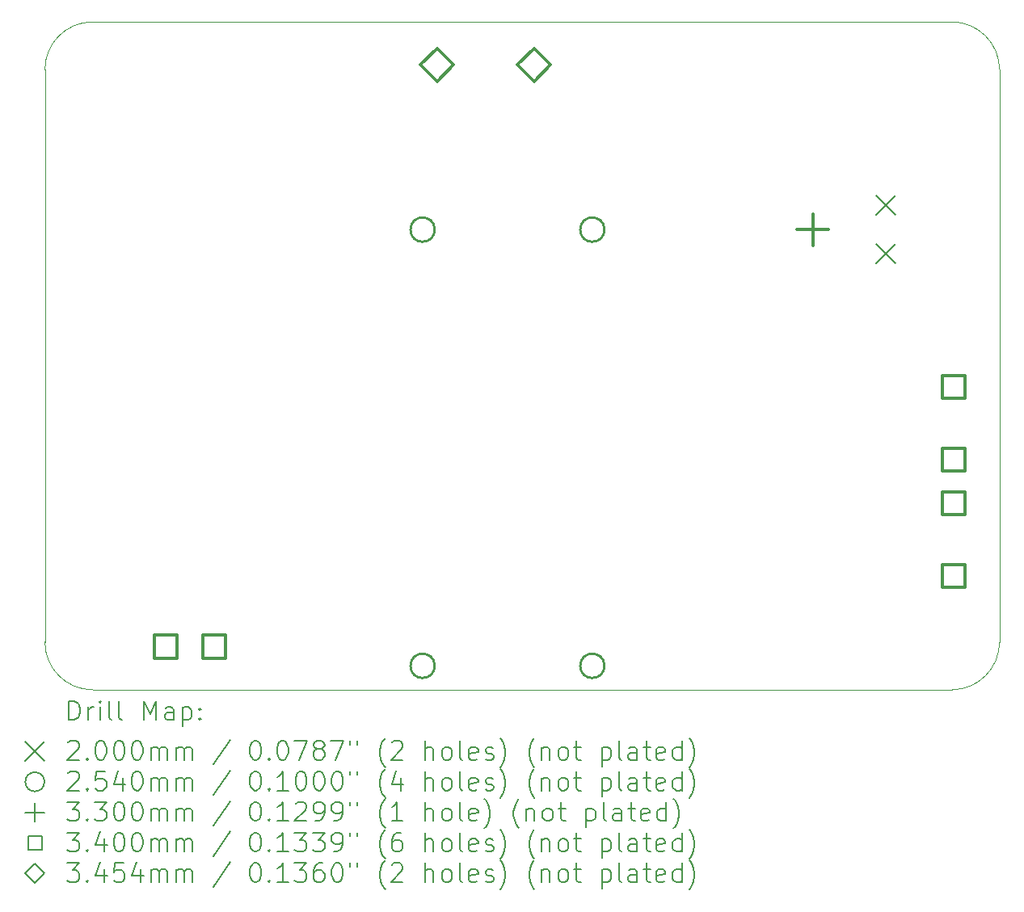
<source format=gbr>
%TF.GenerationSoftware,KiCad,Pcbnew,(6.0.7-1)-1*%
%TF.CreationDate,2022-11-19T18:22:33-08:00*%
%TF.ProjectId,telemetry-pcb,74656c65-6d65-4747-9279-2d7063622e6b,rev?*%
%TF.SameCoordinates,Original*%
%TF.FileFunction,Drillmap*%
%TF.FilePolarity,Positive*%
%FSLAX45Y45*%
G04 Gerber Fmt 4.5, Leading zero omitted, Abs format (unit mm)*
G04 Created by KiCad (PCBNEW (6.0.7-1)-1) date 2022-11-19 18:22:33*
%MOMM*%
%LPD*%
G01*
G04 APERTURE LIST*
%ADD10C,0.100000*%
%ADD11C,0.200000*%
%ADD12C,0.254000*%
%ADD13C,0.330000*%
%ADD14C,0.340000*%
%ADD15C,0.345440*%
G04 APERTURE END LIST*
D10*
X9000000Y-12000000D02*
G75*
G03*
X9500000Y-12500000I500000J0D01*
G01*
X9000000Y-6000000D02*
X9000000Y-12000000D01*
X9500000Y-5500000D02*
X18500000Y-5500000D01*
X9500000Y-5500000D02*
G75*
G03*
X9000000Y-6000000I0J-500000D01*
G01*
X18500000Y-12500000D02*
G75*
G03*
X19000000Y-12000000I0J500000D01*
G01*
X19000000Y-6000000D02*
X19000000Y-12000000D01*
X9500000Y-12500000D02*
X18500000Y-12500000D01*
X19000000Y-6000000D02*
G75*
G03*
X18500000Y-5500000I-500000J0D01*
G01*
D11*
X17707940Y-7322150D02*
X17907940Y-7522150D01*
X17907940Y-7322150D02*
X17707940Y-7522150D01*
X17707940Y-7830150D02*
X17907940Y-8030150D01*
X17907940Y-7830150D02*
X17707940Y-8030150D01*
D12*
X13083540Y-7677150D02*
G75*
G03*
X13083540Y-7677150I-127000J0D01*
G01*
X13083540Y-12249150D02*
G75*
G03*
X13083540Y-12249150I-127000J0D01*
G01*
X14861540Y-7677150D02*
G75*
G03*
X14861540Y-7677150I-127000J0D01*
G01*
X14861540Y-12249150D02*
G75*
G03*
X14861540Y-12249150I-127000J0D01*
G01*
D13*
X17045940Y-7511150D02*
X17045940Y-7841150D01*
X16880940Y-7676150D02*
X17210940Y-7676150D01*
D14*
X10384349Y-12166659D02*
X10384349Y-11926241D01*
X10143931Y-11926241D01*
X10143931Y-12166659D01*
X10384349Y-12166659D01*
X10892349Y-12166659D02*
X10892349Y-11926241D01*
X10651931Y-11926241D01*
X10651931Y-12166659D01*
X10892349Y-12166659D01*
X18639849Y-9448359D02*
X18639849Y-9207941D01*
X18399431Y-9207941D01*
X18399431Y-9448359D01*
X18639849Y-9448359D01*
X18639849Y-10210359D02*
X18639849Y-9969941D01*
X18399431Y-9969941D01*
X18399431Y-10210359D01*
X18639849Y-10210359D01*
X18639849Y-10667559D02*
X18639849Y-10427141D01*
X18399431Y-10427141D01*
X18399431Y-10667559D01*
X18639849Y-10667559D01*
X18639849Y-11429559D02*
X18639849Y-11189141D01*
X18399431Y-11189141D01*
X18399431Y-11429559D01*
X18639849Y-11429559D01*
D15*
X13108940Y-6122270D02*
X13281660Y-5949550D01*
X13108940Y-5776830D01*
X12936220Y-5949550D01*
X13108940Y-6122270D01*
X14124940Y-6122270D02*
X14297660Y-5949550D01*
X14124940Y-5776830D01*
X13952220Y-5949550D01*
X14124940Y-6122270D01*
D11*
X9252619Y-12815476D02*
X9252619Y-12615476D01*
X9300238Y-12615476D01*
X9328810Y-12625000D01*
X9347857Y-12644048D01*
X9357381Y-12663095D01*
X9366905Y-12701190D01*
X9366905Y-12729762D01*
X9357381Y-12767857D01*
X9347857Y-12786905D01*
X9328810Y-12805952D01*
X9300238Y-12815476D01*
X9252619Y-12815476D01*
X9452619Y-12815476D02*
X9452619Y-12682143D01*
X9452619Y-12720238D02*
X9462143Y-12701190D01*
X9471667Y-12691667D01*
X9490714Y-12682143D01*
X9509762Y-12682143D01*
X9576429Y-12815476D02*
X9576429Y-12682143D01*
X9576429Y-12615476D02*
X9566905Y-12625000D01*
X9576429Y-12634524D01*
X9585952Y-12625000D01*
X9576429Y-12615476D01*
X9576429Y-12634524D01*
X9700238Y-12815476D02*
X9681190Y-12805952D01*
X9671667Y-12786905D01*
X9671667Y-12615476D01*
X9805000Y-12815476D02*
X9785952Y-12805952D01*
X9776429Y-12786905D01*
X9776429Y-12615476D01*
X10033571Y-12815476D02*
X10033571Y-12615476D01*
X10100238Y-12758333D01*
X10166905Y-12615476D01*
X10166905Y-12815476D01*
X10347857Y-12815476D02*
X10347857Y-12710714D01*
X10338333Y-12691667D01*
X10319286Y-12682143D01*
X10281190Y-12682143D01*
X10262143Y-12691667D01*
X10347857Y-12805952D02*
X10328810Y-12815476D01*
X10281190Y-12815476D01*
X10262143Y-12805952D01*
X10252619Y-12786905D01*
X10252619Y-12767857D01*
X10262143Y-12748809D01*
X10281190Y-12739286D01*
X10328810Y-12739286D01*
X10347857Y-12729762D01*
X10443095Y-12682143D02*
X10443095Y-12882143D01*
X10443095Y-12691667D02*
X10462143Y-12682143D01*
X10500238Y-12682143D01*
X10519286Y-12691667D01*
X10528810Y-12701190D01*
X10538333Y-12720238D01*
X10538333Y-12777381D01*
X10528810Y-12796428D01*
X10519286Y-12805952D01*
X10500238Y-12815476D01*
X10462143Y-12815476D01*
X10443095Y-12805952D01*
X10624048Y-12796428D02*
X10633571Y-12805952D01*
X10624048Y-12815476D01*
X10614524Y-12805952D01*
X10624048Y-12796428D01*
X10624048Y-12815476D01*
X10624048Y-12691667D02*
X10633571Y-12701190D01*
X10624048Y-12710714D01*
X10614524Y-12701190D01*
X10624048Y-12691667D01*
X10624048Y-12710714D01*
X8795000Y-13045000D02*
X8995000Y-13245000D01*
X8995000Y-13045000D02*
X8795000Y-13245000D01*
X9243095Y-13054524D02*
X9252619Y-13045000D01*
X9271667Y-13035476D01*
X9319286Y-13035476D01*
X9338333Y-13045000D01*
X9347857Y-13054524D01*
X9357381Y-13073571D01*
X9357381Y-13092619D01*
X9347857Y-13121190D01*
X9233571Y-13235476D01*
X9357381Y-13235476D01*
X9443095Y-13216428D02*
X9452619Y-13225952D01*
X9443095Y-13235476D01*
X9433571Y-13225952D01*
X9443095Y-13216428D01*
X9443095Y-13235476D01*
X9576429Y-13035476D02*
X9595476Y-13035476D01*
X9614524Y-13045000D01*
X9624048Y-13054524D01*
X9633571Y-13073571D01*
X9643095Y-13111667D01*
X9643095Y-13159286D01*
X9633571Y-13197381D01*
X9624048Y-13216428D01*
X9614524Y-13225952D01*
X9595476Y-13235476D01*
X9576429Y-13235476D01*
X9557381Y-13225952D01*
X9547857Y-13216428D01*
X9538333Y-13197381D01*
X9528810Y-13159286D01*
X9528810Y-13111667D01*
X9538333Y-13073571D01*
X9547857Y-13054524D01*
X9557381Y-13045000D01*
X9576429Y-13035476D01*
X9766905Y-13035476D02*
X9785952Y-13035476D01*
X9805000Y-13045000D01*
X9814524Y-13054524D01*
X9824048Y-13073571D01*
X9833571Y-13111667D01*
X9833571Y-13159286D01*
X9824048Y-13197381D01*
X9814524Y-13216428D01*
X9805000Y-13225952D01*
X9785952Y-13235476D01*
X9766905Y-13235476D01*
X9747857Y-13225952D01*
X9738333Y-13216428D01*
X9728810Y-13197381D01*
X9719286Y-13159286D01*
X9719286Y-13111667D01*
X9728810Y-13073571D01*
X9738333Y-13054524D01*
X9747857Y-13045000D01*
X9766905Y-13035476D01*
X9957381Y-13035476D02*
X9976429Y-13035476D01*
X9995476Y-13045000D01*
X10005000Y-13054524D01*
X10014524Y-13073571D01*
X10024048Y-13111667D01*
X10024048Y-13159286D01*
X10014524Y-13197381D01*
X10005000Y-13216428D01*
X9995476Y-13225952D01*
X9976429Y-13235476D01*
X9957381Y-13235476D01*
X9938333Y-13225952D01*
X9928810Y-13216428D01*
X9919286Y-13197381D01*
X9909762Y-13159286D01*
X9909762Y-13111667D01*
X9919286Y-13073571D01*
X9928810Y-13054524D01*
X9938333Y-13045000D01*
X9957381Y-13035476D01*
X10109762Y-13235476D02*
X10109762Y-13102143D01*
X10109762Y-13121190D02*
X10119286Y-13111667D01*
X10138333Y-13102143D01*
X10166905Y-13102143D01*
X10185952Y-13111667D01*
X10195476Y-13130714D01*
X10195476Y-13235476D01*
X10195476Y-13130714D02*
X10205000Y-13111667D01*
X10224048Y-13102143D01*
X10252619Y-13102143D01*
X10271667Y-13111667D01*
X10281190Y-13130714D01*
X10281190Y-13235476D01*
X10376429Y-13235476D02*
X10376429Y-13102143D01*
X10376429Y-13121190D02*
X10385952Y-13111667D01*
X10405000Y-13102143D01*
X10433571Y-13102143D01*
X10452619Y-13111667D01*
X10462143Y-13130714D01*
X10462143Y-13235476D01*
X10462143Y-13130714D02*
X10471667Y-13111667D01*
X10490714Y-13102143D01*
X10519286Y-13102143D01*
X10538333Y-13111667D01*
X10547857Y-13130714D01*
X10547857Y-13235476D01*
X10938333Y-13025952D02*
X10766905Y-13283095D01*
X11195476Y-13035476D02*
X11214524Y-13035476D01*
X11233571Y-13045000D01*
X11243095Y-13054524D01*
X11252619Y-13073571D01*
X11262143Y-13111667D01*
X11262143Y-13159286D01*
X11252619Y-13197381D01*
X11243095Y-13216428D01*
X11233571Y-13225952D01*
X11214524Y-13235476D01*
X11195476Y-13235476D01*
X11176429Y-13225952D01*
X11166905Y-13216428D01*
X11157381Y-13197381D01*
X11147857Y-13159286D01*
X11147857Y-13111667D01*
X11157381Y-13073571D01*
X11166905Y-13054524D01*
X11176429Y-13045000D01*
X11195476Y-13035476D01*
X11347857Y-13216428D02*
X11357381Y-13225952D01*
X11347857Y-13235476D01*
X11338333Y-13225952D01*
X11347857Y-13216428D01*
X11347857Y-13235476D01*
X11481190Y-13035476D02*
X11500238Y-13035476D01*
X11519286Y-13045000D01*
X11528809Y-13054524D01*
X11538333Y-13073571D01*
X11547857Y-13111667D01*
X11547857Y-13159286D01*
X11538333Y-13197381D01*
X11528809Y-13216428D01*
X11519286Y-13225952D01*
X11500238Y-13235476D01*
X11481190Y-13235476D01*
X11462143Y-13225952D01*
X11452619Y-13216428D01*
X11443095Y-13197381D01*
X11433571Y-13159286D01*
X11433571Y-13111667D01*
X11443095Y-13073571D01*
X11452619Y-13054524D01*
X11462143Y-13045000D01*
X11481190Y-13035476D01*
X11614524Y-13035476D02*
X11747857Y-13035476D01*
X11662143Y-13235476D01*
X11852619Y-13121190D02*
X11833571Y-13111667D01*
X11824048Y-13102143D01*
X11814524Y-13083095D01*
X11814524Y-13073571D01*
X11824048Y-13054524D01*
X11833571Y-13045000D01*
X11852619Y-13035476D01*
X11890714Y-13035476D01*
X11909762Y-13045000D01*
X11919286Y-13054524D01*
X11928809Y-13073571D01*
X11928809Y-13083095D01*
X11919286Y-13102143D01*
X11909762Y-13111667D01*
X11890714Y-13121190D01*
X11852619Y-13121190D01*
X11833571Y-13130714D01*
X11824048Y-13140238D01*
X11814524Y-13159286D01*
X11814524Y-13197381D01*
X11824048Y-13216428D01*
X11833571Y-13225952D01*
X11852619Y-13235476D01*
X11890714Y-13235476D01*
X11909762Y-13225952D01*
X11919286Y-13216428D01*
X11928809Y-13197381D01*
X11928809Y-13159286D01*
X11919286Y-13140238D01*
X11909762Y-13130714D01*
X11890714Y-13121190D01*
X11995476Y-13035476D02*
X12128809Y-13035476D01*
X12043095Y-13235476D01*
X12195476Y-13035476D02*
X12195476Y-13073571D01*
X12271667Y-13035476D02*
X12271667Y-13073571D01*
X12566905Y-13311667D02*
X12557381Y-13302143D01*
X12538333Y-13273571D01*
X12528809Y-13254524D01*
X12519286Y-13225952D01*
X12509762Y-13178333D01*
X12509762Y-13140238D01*
X12519286Y-13092619D01*
X12528809Y-13064048D01*
X12538333Y-13045000D01*
X12557381Y-13016428D01*
X12566905Y-13006905D01*
X12633571Y-13054524D02*
X12643095Y-13045000D01*
X12662143Y-13035476D01*
X12709762Y-13035476D01*
X12728809Y-13045000D01*
X12738333Y-13054524D01*
X12747857Y-13073571D01*
X12747857Y-13092619D01*
X12738333Y-13121190D01*
X12624048Y-13235476D01*
X12747857Y-13235476D01*
X12985952Y-13235476D02*
X12985952Y-13035476D01*
X13071667Y-13235476D02*
X13071667Y-13130714D01*
X13062143Y-13111667D01*
X13043095Y-13102143D01*
X13014524Y-13102143D01*
X12995476Y-13111667D01*
X12985952Y-13121190D01*
X13195476Y-13235476D02*
X13176428Y-13225952D01*
X13166905Y-13216428D01*
X13157381Y-13197381D01*
X13157381Y-13140238D01*
X13166905Y-13121190D01*
X13176428Y-13111667D01*
X13195476Y-13102143D01*
X13224048Y-13102143D01*
X13243095Y-13111667D01*
X13252619Y-13121190D01*
X13262143Y-13140238D01*
X13262143Y-13197381D01*
X13252619Y-13216428D01*
X13243095Y-13225952D01*
X13224048Y-13235476D01*
X13195476Y-13235476D01*
X13376428Y-13235476D02*
X13357381Y-13225952D01*
X13347857Y-13206905D01*
X13347857Y-13035476D01*
X13528809Y-13225952D02*
X13509762Y-13235476D01*
X13471667Y-13235476D01*
X13452619Y-13225952D01*
X13443095Y-13206905D01*
X13443095Y-13130714D01*
X13452619Y-13111667D01*
X13471667Y-13102143D01*
X13509762Y-13102143D01*
X13528809Y-13111667D01*
X13538333Y-13130714D01*
X13538333Y-13149762D01*
X13443095Y-13168809D01*
X13614524Y-13225952D02*
X13633571Y-13235476D01*
X13671667Y-13235476D01*
X13690714Y-13225952D01*
X13700238Y-13206905D01*
X13700238Y-13197381D01*
X13690714Y-13178333D01*
X13671667Y-13168809D01*
X13643095Y-13168809D01*
X13624048Y-13159286D01*
X13614524Y-13140238D01*
X13614524Y-13130714D01*
X13624048Y-13111667D01*
X13643095Y-13102143D01*
X13671667Y-13102143D01*
X13690714Y-13111667D01*
X13766905Y-13311667D02*
X13776428Y-13302143D01*
X13795476Y-13273571D01*
X13805000Y-13254524D01*
X13814524Y-13225952D01*
X13824048Y-13178333D01*
X13824048Y-13140238D01*
X13814524Y-13092619D01*
X13805000Y-13064048D01*
X13795476Y-13045000D01*
X13776428Y-13016428D01*
X13766905Y-13006905D01*
X14128809Y-13311667D02*
X14119286Y-13302143D01*
X14100238Y-13273571D01*
X14090714Y-13254524D01*
X14081190Y-13225952D01*
X14071667Y-13178333D01*
X14071667Y-13140238D01*
X14081190Y-13092619D01*
X14090714Y-13064048D01*
X14100238Y-13045000D01*
X14119286Y-13016428D01*
X14128809Y-13006905D01*
X14205000Y-13102143D02*
X14205000Y-13235476D01*
X14205000Y-13121190D02*
X14214524Y-13111667D01*
X14233571Y-13102143D01*
X14262143Y-13102143D01*
X14281190Y-13111667D01*
X14290714Y-13130714D01*
X14290714Y-13235476D01*
X14414524Y-13235476D02*
X14395476Y-13225952D01*
X14385952Y-13216428D01*
X14376428Y-13197381D01*
X14376428Y-13140238D01*
X14385952Y-13121190D01*
X14395476Y-13111667D01*
X14414524Y-13102143D01*
X14443095Y-13102143D01*
X14462143Y-13111667D01*
X14471667Y-13121190D01*
X14481190Y-13140238D01*
X14481190Y-13197381D01*
X14471667Y-13216428D01*
X14462143Y-13225952D01*
X14443095Y-13235476D01*
X14414524Y-13235476D01*
X14538333Y-13102143D02*
X14614524Y-13102143D01*
X14566905Y-13035476D02*
X14566905Y-13206905D01*
X14576428Y-13225952D01*
X14595476Y-13235476D01*
X14614524Y-13235476D01*
X14833571Y-13102143D02*
X14833571Y-13302143D01*
X14833571Y-13111667D02*
X14852619Y-13102143D01*
X14890714Y-13102143D01*
X14909762Y-13111667D01*
X14919286Y-13121190D01*
X14928809Y-13140238D01*
X14928809Y-13197381D01*
X14919286Y-13216428D01*
X14909762Y-13225952D01*
X14890714Y-13235476D01*
X14852619Y-13235476D01*
X14833571Y-13225952D01*
X15043095Y-13235476D02*
X15024048Y-13225952D01*
X15014524Y-13206905D01*
X15014524Y-13035476D01*
X15205000Y-13235476D02*
X15205000Y-13130714D01*
X15195476Y-13111667D01*
X15176428Y-13102143D01*
X15138333Y-13102143D01*
X15119286Y-13111667D01*
X15205000Y-13225952D02*
X15185952Y-13235476D01*
X15138333Y-13235476D01*
X15119286Y-13225952D01*
X15109762Y-13206905D01*
X15109762Y-13187857D01*
X15119286Y-13168809D01*
X15138333Y-13159286D01*
X15185952Y-13159286D01*
X15205000Y-13149762D01*
X15271667Y-13102143D02*
X15347857Y-13102143D01*
X15300238Y-13035476D02*
X15300238Y-13206905D01*
X15309762Y-13225952D01*
X15328809Y-13235476D01*
X15347857Y-13235476D01*
X15490714Y-13225952D02*
X15471667Y-13235476D01*
X15433571Y-13235476D01*
X15414524Y-13225952D01*
X15405000Y-13206905D01*
X15405000Y-13130714D01*
X15414524Y-13111667D01*
X15433571Y-13102143D01*
X15471667Y-13102143D01*
X15490714Y-13111667D01*
X15500238Y-13130714D01*
X15500238Y-13149762D01*
X15405000Y-13168809D01*
X15671667Y-13235476D02*
X15671667Y-13035476D01*
X15671667Y-13225952D02*
X15652619Y-13235476D01*
X15614524Y-13235476D01*
X15595476Y-13225952D01*
X15585952Y-13216428D01*
X15576428Y-13197381D01*
X15576428Y-13140238D01*
X15585952Y-13121190D01*
X15595476Y-13111667D01*
X15614524Y-13102143D01*
X15652619Y-13102143D01*
X15671667Y-13111667D01*
X15747857Y-13311667D02*
X15757381Y-13302143D01*
X15776428Y-13273571D01*
X15785952Y-13254524D01*
X15795476Y-13225952D01*
X15805000Y-13178333D01*
X15805000Y-13140238D01*
X15795476Y-13092619D01*
X15785952Y-13064048D01*
X15776428Y-13045000D01*
X15757381Y-13016428D01*
X15747857Y-13006905D01*
X8995000Y-13465000D02*
G75*
G03*
X8995000Y-13465000I-100000J0D01*
G01*
X9243095Y-13374524D02*
X9252619Y-13365000D01*
X9271667Y-13355476D01*
X9319286Y-13355476D01*
X9338333Y-13365000D01*
X9347857Y-13374524D01*
X9357381Y-13393571D01*
X9357381Y-13412619D01*
X9347857Y-13441190D01*
X9233571Y-13555476D01*
X9357381Y-13555476D01*
X9443095Y-13536428D02*
X9452619Y-13545952D01*
X9443095Y-13555476D01*
X9433571Y-13545952D01*
X9443095Y-13536428D01*
X9443095Y-13555476D01*
X9633571Y-13355476D02*
X9538333Y-13355476D01*
X9528810Y-13450714D01*
X9538333Y-13441190D01*
X9557381Y-13431667D01*
X9605000Y-13431667D01*
X9624048Y-13441190D01*
X9633571Y-13450714D01*
X9643095Y-13469762D01*
X9643095Y-13517381D01*
X9633571Y-13536428D01*
X9624048Y-13545952D01*
X9605000Y-13555476D01*
X9557381Y-13555476D01*
X9538333Y-13545952D01*
X9528810Y-13536428D01*
X9814524Y-13422143D02*
X9814524Y-13555476D01*
X9766905Y-13345952D02*
X9719286Y-13488809D01*
X9843095Y-13488809D01*
X9957381Y-13355476D02*
X9976429Y-13355476D01*
X9995476Y-13365000D01*
X10005000Y-13374524D01*
X10014524Y-13393571D01*
X10024048Y-13431667D01*
X10024048Y-13479286D01*
X10014524Y-13517381D01*
X10005000Y-13536428D01*
X9995476Y-13545952D01*
X9976429Y-13555476D01*
X9957381Y-13555476D01*
X9938333Y-13545952D01*
X9928810Y-13536428D01*
X9919286Y-13517381D01*
X9909762Y-13479286D01*
X9909762Y-13431667D01*
X9919286Y-13393571D01*
X9928810Y-13374524D01*
X9938333Y-13365000D01*
X9957381Y-13355476D01*
X10109762Y-13555476D02*
X10109762Y-13422143D01*
X10109762Y-13441190D02*
X10119286Y-13431667D01*
X10138333Y-13422143D01*
X10166905Y-13422143D01*
X10185952Y-13431667D01*
X10195476Y-13450714D01*
X10195476Y-13555476D01*
X10195476Y-13450714D02*
X10205000Y-13431667D01*
X10224048Y-13422143D01*
X10252619Y-13422143D01*
X10271667Y-13431667D01*
X10281190Y-13450714D01*
X10281190Y-13555476D01*
X10376429Y-13555476D02*
X10376429Y-13422143D01*
X10376429Y-13441190D02*
X10385952Y-13431667D01*
X10405000Y-13422143D01*
X10433571Y-13422143D01*
X10452619Y-13431667D01*
X10462143Y-13450714D01*
X10462143Y-13555476D01*
X10462143Y-13450714D02*
X10471667Y-13431667D01*
X10490714Y-13422143D01*
X10519286Y-13422143D01*
X10538333Y-13431667D01*
X10547857Y-13450714D01*
X10547857Y-13555476D01*
X10938333Y-13345952D02*
X10766905Y-13603095D01*
X11195476Y-13355476D02*
X11214524Y-13355476D01*
X11233571Y-13365000D01*
X11243095Y-13374524D01*
X11252619Y-13393571D01*
X11262143Y-13431667D01*
X11262143Y-13479286D01*
X11252619Y-13517381D01*
X11243095Y-13536428D01*
X11233571Y-13545952D01*
X11214524Y-13555476D01*
X11195476Y-13555476D01*
X11176429Y-13545952D01*
X11166905Y-13536428D01*
X11157381Y-13517381D01*
X11147857Y-13479286D01*
X11147857Y-13431667D01*
X11157381Y-13393571D01*
X11166905Y-13374524D01*
X11176429Y-13365000D01*
X11195476Y-13355476D01*
X11347857Y-13536428D02*
X11357381Y-13545952D01*
X11347857Y-13555476D01*
X11338333Y-13545952D01*
X11347857Y-13536428D01*
X11347857Y-13555476D01*
X11547857Y-13555476D02*
X11433571Y-13555476D01*
X11490714Y-13555476D02*
X11490714Y-13355476D01*
X11471667Y-13384048D01*
X11452619Y-13403095D01*
X11433571Y-13412619D01*
X11671667Y-13355476D02*
X11690714Y-13355476D01*
X11709762Y-13365000D01*
X11719286Y-13374524D01*
X11728809Y-13393571D01*
X11738333Y-13431667D01*
X11738333Y-13479286D01*
X11728809Y-13517381D01*
X11719286Y-13536428D01*
X11709762Y-13545952D01*
X11690714Y-13555476D01*
X11671667Y-13555476D01*
X11652619Y-13545952D01*
X11643095Y-13536428D01*
X11633571Y-13517381D01*
X11624048Y-13479286D01*
X11624048Y-13431667D01*
X11633571Y-13393571D01*
X11643095Y-13374524D01*
X11652619Y-13365000D01*
X11671667Y-13355476D01*
X11862143Y-13355476D02*
X11881190Y-13355476D01*
X11900238Y-13365000D01*
X11909762Y-13374524D01*
X11919286Y-13393571D01*
X11928809Y-13431667D01*
X11928809Y-13479286D01*
X11919286Y-13517381D01*
X11909762Y-13536428D01*
X11900238Y-13545952D01*
X11881190Y-13555476D01*
X11862143Y-13555476D01*
X11843095Y-13545952D01*
X11833571Y-13536428D01*
X11824048Y-13517381D01*
X11814524Y-13479286D01*
X11814524Y-13431667D01*
X11824048Y-13393571D01*
X11833571Y-13374524D01*
X11843095Y-13365000D01*
X11862143Y-13355476D01*
X12052619Y-13355476D02*
X12071667Y-13355476D01*
X12090714Y-13365000D01*
X12100238Y-13374524D01*
X12109762Y-13393571D01*
X12119286Y-13431667D01*
X12119286Y-13479286D01*
X12109762Y-13517381D01*
X12100238Y-13536428D01*
X12090714Y-13545952D01*
X12071667Y-13555476D01*
X12052619Y-13555476D01*
X12033571Y-13545952D01*
X12024048Y-13536428D01*
X12014524Y-13517381D01*
X12005000Y-13479286D01*
X12005000Y-13431667D01*
X12014524Y-13393571D01*
X12024048Y-13374524D01*
X12033571Y-13365000D01*
X12052619Y-13355476D01*
X12195476Y-13355476D02*
X12195476Y-13393571D01*
X12271667Y-13355476D02*
X12271667Y-13393571D01*
X12566905Y-13631667D02*
X12557381Y-13622143D01*
X12538333Y-13593571D01*
X12528809Y-13574524D01*
X12519286Y-13545952D01*
X12509762Y-13498333D01*
X12509762Y-13460238D01*
X12519286Y-13412619D01*
X12528809Y-13384048D01*
X12538333Y-13365000D01*
X12557381Y-13336428D01*
X12566905Y-13326905D01*
X12728809Y-13422143D02*
X12728809Y-13555476D01*
X12681190Y-13345952D02*
X12633571Y-13488809D01*
X12757381Y-13488809D01*
X12985952Y-13555476D02*
X12985952Y-13355476D01*
X13071667Y-13555476D02*
X13071667Y-13450714D01*
X13062143Y-13431667D01*
X13043095Y-13422143D01*
X13014524Y-13422143D01*
X12995476Y-13431667D01*
X12985952Y-13441190D01*
X13195476Y-13555476D02*
X13176428Y-13545952D01*
X13166905Y-13536428D01*
X13157381Y-13517381D01*
X13157381Y-13460238D01*
X13166905Y-13441190D01*
X13176428Y-13431667D01*
X13195476Y-13422143D01*
X13224048Y-13422143D01*
X13243095Y-13431667D01*
X13252619Y-13441190D01*
X13262143Y-13460238D01*
X13262143Y-13517381D01*
X13252619Y-13536428D01*
X13243095Y-13545952D01*
X13224048Y-13555476D01*
X13195476Y-13555476D01*
X13376428Y-13555476D02*
X13357381Y-13545952D01*
X13347857Y-13526905D01*
X13347857Y-13355476D01*
X13528809Y-13545952D02*
X13509762Y-13555476D01*
X13471667Y-13555476D01*
X13452619Y-13545952D01*
X13443095Y-13526905D01*
X13443095Y-13450714D01*
X13452619Y-13431667D01*
X13471667Y-13422143D01*
X13509762Y-13422143D01*
X13528809Y-13431667D01*
X13538333Y-13450714D01*
X13538333Y-13469762D01*
X13443095Y-13488809D01*
X13614524Y-13545952D02*
X13633571Y-13555476D01*
X13671667Y-13555476D01*
X13690714Y-13545952D01*
X13700238Y-13526905D01*
X13700238Y-13517381D01*
X13690714Y-13498333D01*
X13671667Y-13488809D01*
X13643095Y-13488809D01*
X13624048Y-13479286D01*
X13614524Y-13460238D01*
X13614524Y-13450714D01*
X13624048Y-13431667D01*
X13643095Y-13422143D01*
X13671667Y-13422143D01*
X13690714Y-13431667D01*
X13766905Y-13631667D02*
X13776428Y-13622143D01*
X13795476Y-13593571D01*
X13805000Y-13574524D01*
X13814524Y-13545952D01*
X13824048Y-13498333D01*
X13824048Y-13460238D01*
X13814524Y-13412619D01*
X13805000Y-13384048D01*
X13795476Y-13365000D01*
X13776428Y-13336428D01*
X13766905Y-13326905D01*
X14128809Y-13631667D02*
X14119286Y-13622143D01*
X14100238Y-13593571D01*
X14090714Y-13574524D01*
X14081190Y-13545952D01*
X14071667Y-13498333D01*
X14071667Y-13460238D01*
X14081190Y-13412619D01*
X14090714Y-13384048D01*
X14100238Y-13365000D01*
X14119286Y-13336428D01*
X14128809Y-13326905D01*
X14205000Y-13422143D02*
X14205000Y-13555476D01*
X14205000Y-13441190D02*
X14214524Y-13431667D01*
X14233571Y-13422143D01*
X14262143Y-13422143D01*
X14281190Y-13431667D01*
X14290714Y-13450714D01*
X14290714Y-13555476D01*
X14414524Y-13555476D02*
X14395476Y-13545952D01*
X14385952Y-13536428D01*
X14376428Y-13517381D01*
X14376428Y-13460238D01*
X14385952Y-13441190D01*
X14395476Y-13431667D01*
X14414524Y-13422143D01*
X14443095Y-13422143D01*
X14462143Y-13431667D01*
X14471667Y-13441190D01*
X14481190Y-13460238D01*
X14481190Y-13517381D01*
X14471667Y-13536428D01*
X14462143Y-13545952D01*
X14443095Y-13555476D01*
X14414524Y-13555476D01*
X14538333Y-13422143D02*
X14614524Y-13422143D01*
X14566905Y-13355476D02*
X14566905Y-13526905D01*
X14576428Y-13545952D01*
X14595476Y-13555476D01*
X14614524Y-13555476D01*
X14833571Y-13422143D02*
X14833571Y-13622143D01*
X14833571Y-13431667D02*
X14852619Y-13422143D01*
X14890714Y-13422143D01*
X14909762Y-13431667D01*
X14919286Y-13441190D01*
X14928809Y-13460238D01*
X14928809Y-13517381D01*
X14919286Y-13536428D01*
X14909762Y-13545952D01*
X14890714Y-13555476D01*
X14852619Y-13555476D01*
X14833571Y-13545952D01*
X15043095Y-13555476D02*
X15024048Y-13545952D01*
X15014524Y-13526905D01*
X15014524Y-13355476D01*
X15205000Y-13555476D02*
X15205000Y-13450714D01*
X15195476Y-13431667D01*
X15176428Y-13422143D01*
X15138333Y-13422143D01*
X15119286Y-13431667D01*
X15205000Y-13545952D02*
X15185952Y-13555476D01*
X15138333Y-13555476D01*
X15119286Y-13545952D01*
X15109762Y-13526905D01*
X15109762Y-13507857D01*
X15119286Y-13488809D01*
X15138333Y-13479286D01*
X15185952Y-13479286D01*
X15205000Y-13469762D01*
X15271667Y-13422143D02*
X15347857Y-13422143D01*
X15300238Y-13355476D02*
X15300238Y-13526905D01*
X15309762Y-13545952D01*
X15328809Y-13555476D01*
X15347857Y-13555476D01*
X15490714Y-13545952D02*
X15471667Y-13555476D01*
X15433571Y-13555476D01*
X15414524Y-13545952D01*
X15405000Y-13526905D01*
X15405000Y-13450714D01*
X15414524Y-13431667D01*
X15433571Y-13422143D01*
X15471667Y-13422143D01*
X15490714Y-13431667D01*
X15500238Y-13450714D01*
X15500238Y-13469762D01*
X15405000Y-13488809D01*
X15671667Y-13555476D02*
X15671667Y-13355476D01*
X15671667Y-13545952D02*
X15652619Y-13555476D01*
X15614524Y-13555476D01*
X15595476Y-13545952D01*
X15585952Y-13536428D01*
X15576428Y-13517381D01*
X15576428Y-13460238D01*
X15585952Y-13441190D01*
X15595476Y-13431667D01*
X15614524Y-13422143D01*
X15652619Y-13422143D01*
X15671667Y-13431667D01*
X15747857Y-13631667D02*
X15757381Y-13622143D01*
X15776428Y-13593571D01*
X15785952Y-13574524D01*
X15795476Y-13545952D01*
X15805000Y-13498333D01*
X15805000Y-13460238D01*
X15795476Y-13412619D01*
X15785952Y-13384048D01*
X15776428Y-13365000D01*
X15757381Y-13336428D01*
X15747857Y-13326905D01*
X8895000Y-13685000D02*
X8895000Y-13885000D01*
X8795000Y-13785000D02*
X8995000Y-13785000D01*
X9233571Y-13675476D02*
X9357381Y-13675476D01*
X9290714Y-13751667D01*
X9319286Y-13751667D01*
X9338333Y-13761190D01*
X9347857Y-13770714D01*
X9357381Y-13789762D01*
X9357381Y-13837381D01*
X9347857Y-13856428D01*
X9338333Y-13865952D01*
X9319286Y-13875476D01*
X9262143Y-13875476D01*
X9243095Y-13865952D01*
X9233571Y-13856428D01*
X9443095Y-13856428D02*
X9452619Y-13865952D01*
X9443095Y-13875476D01*
X9433571Y-13865952D01*
X9443095Y-13856428D01*
X9443095Y-13875476D01*
X9519286Y-13675476D02*
X9643095Y-13675476D01*
X9576429Y-13751667D01*
X9605000Y-13751667D01*
X9624048Y-13761190D01*
X9633571Y-13770714D01*
X9643095Y-13789762D01*
X9643095Y-13837381D01*
X9633571Y-13856428D01*
X9624048Y-13865952D01*
X9605000Y-13875476D01*
X9547857Y-13875476D01*
X9528810Y-13865952D01*
X9519286Y-13856428D01*
X9766905Y-13675476D02*
X9785952Y-13675476D01*
X9805000Y-13685000D01*
X9814524Y-13694524D01*
X9824048Y-13713571D01*
X9833571Y-13751667D01*
X9833571Y-13799286D01*
X9824048Y-13837381D01*
X9814524Y-13856428D01*
X9805000Y-13865952D01*
X9785952Y-13875476D01*
X9766905Y-13875476D01*
X9747857Y-13865952D01*
X9738333Y-13856428D01*
X9728810Y-13837381D01*
X9719286Y-13799286D01*
X9719286Y-13751667D01*
X9728810Y-13713571D01*
X9738333Y-13694524D01*
X9747857Y-13685000D01*
X9766905Y-13675476D01*
X9957381Y-13675476D02*
X9976429Y-13675476D01*
X9995476Y-13685000D01*
X10005000Y-13694524D01*
X10014524Y-13713571D01*
X10024048Y-13751667D01*
X10024048Y-13799286D01*
X10014524Y-13837381D01*
X10005000Y-13856428D01*
X9995476Y-13865952D01*
X9976429Y-13875476D01*
X9957381Y-13875476D01*
X9938333Y-13865952D01*
X9928810Y-13856428D01*
X9919286Y-13837381D01*
X9909762Y-13799286D01*
X9909762Y-13751667D01*
X9919286Y-13713571D01*
X9928810Y-13694524D01*
X9938333Y-13685000D01*
X9957381Y-13675476D01*
X10109762Y-13875476D02*
X10109762Y-13742143D01*
X10109762Y-13761190D02*
X10119286Y-13751667D01*
X10138333Y-13742143D01*
X10166905Y-13742143D01*
X10185952Y-13751667D01*
X10195476Y-13770714D01*
X10195476Y-13875476D01*
X10195476Y-13770714D02*
X10205000Y-13751667D01*
X10224048Y-13742143D01*
X10252619Y-13742143D01*
X10271667Y-13751667D01*
X10281190Y-13770714D01*
X10281190Y-13875476D01*
X10376429Y-13875476D02*
X10376429Y-13742143D01*
X10376429Y-13761190D02*
X10385952Y-13751667D01*
X10405000Y-13742143D01*
X10433571Y-13742143D01*
X10452619Y-13751667D01*
X10462143Y-13770714D01*
X10462143Y-13875476D01*
X10462143Y-13770714D02*
X10471667Y-13751667D01*
X10490714Y-13742143D01*
X10519286Y-13742143D01*
X10538333Y-13751667D01*
X10547857Y-13770714D01*
X10547857Y-13875476D01*
X10938333Y-13665952D02*
X10766905Y-13923095D01*
X11195476Y-13675476D02*
X11214524Y-13675476D01*
X11233571Y-13685000D01*
X11243095Y-13694524D01*
X11252619Y-13713571D01*
X11262143Y-13751667D01*
X11262143Y-13799286D01*
X11252619Y-13837381D01*
X11243095Y-13856428D01*
X11233571Y-13865952D01*
X11214524Y-13875476D01*
X11195476Y-13875476D01*
X11176429Y-13865952D01*
X11166905Y-13856428D01*
X11157381Y-13837381D01*
X11147857Y-13799286D01*
X11147857Y-13751667D01*
X11157381Y-13713571D01*
X11166905Y-13694524D01*
X11176429Y-13685000D01*
X11195476Y-13675476D01*
X11347857Y-13856428D02*
X11357381Y-13865952D01*
X11347857Y-13875476D01*
X11338333Y-13865952D01*
X11347857Y-13856428D01*
X11347857Y-13875476D01*
X11547857Y-13875476D02*
X11433571Y-13875476D01*
X11490714Y-13875476D02*
X11490714Y-13675476D01*
X11471667Y-13704048D01*
X11452619Y-13723095D01*
X11433571Y-13732619D01*
X11624048Y-13694524D02*
X11633571Y-13685000D01*
X11652619Y-13675476D01*
X11700238Y-13675476D01*
X11719286Y-13685000D01*
X11728809Y-13694524D01*
X11738333Y-13713571D01*
X11738333Y-13732619D01*
X11728809Y-13761190D01*
X11614524Y-13875476D01*
X11738333Y-13875476D01*
X11833571Y-13875476D02*
X11871667Y-13875476D01*
X11890714Y-13865952D01*
X11900238Y-13856428D01*
X11919286Y-13827857D01*
X11928809Y-13789762D01*
X11928809Y-13713571D01*
X11919286Y-13694524D01*
X11909762Y-13685000D01*
X11890714Y-13675476D01*
X11852619Y-13675476D01*
X11833571Y-13685000D01*
X11824048Y-13694524D01*
X11814524Y-13713571D01*
X11814524Y-13761190D01*
X11824048Y-13780238D01*
X11833571Y-13789762D01*
X11852619Y-13799286D01*
X11890714Y-13799286D01*
X11909762Y-13789762D01*
X11919286Y-13780238D01*
X11928809Y-13761190D01*
X12024048Y-13875476D02*
X12062143Y-13875476D01*
X12081190Y-13865952D01*
X12090714Y-13856428D01*
X12109762Y-13827857D01*
X12119286Y-13789762D01*
X12119286Y-13713571D01*
X12109762Y-13694524D01*
X12100238Y-13685000D01*
X12081190Y-13675476D01*
X12043095Y-13675476D01*
X12024048Y-13685000D01*
X12014524Y-13694524D01*
X12005000Y-13713571D01*
X12005000Y-13761190D01*
X12014524Y-13780238D01*
X12024048Y-13789762D01*
X12043095Y-13799286D01*
X12081190Y-13799286D01*
X12100238Y-13789762D01*
X12109762Y-13780238D01*
X12119286Y-13761190D01*
X12195476Y-13675476D02*
X12195476Y-13713571D01*
X12271667Y-13675476D02*
X12271667Y-13713571D01*
X12566905Y-13951667D02*
X12557381Y-13942143D01*
X12538333Y-13913571D01*
X12528809Y-13894524D01*
X12519286Y-13865952D01*
X12509762Y-13818333D01*
X12509762Y-13780238D01*
X12519286Y-13732619D01*
X12528809Y-13704048D01*
X12538333Y-13685000D01*
X12557381Y-13656428D01*
X12566905Y-13646905D01*
X12747857Y-13875476D02*
X12633571Y-13875476D01*
X12690714Y-13875476D02*
X12690714Y-13675476D01*
X12671667Y-13704048D01*
X12652619Y-13723095D01*
X12633571Y-13732619D01*
X12985952Y-13875476D02*
X12985952Y-13675476D01*
X13071667Y-13875476D02*
X13071667Y-13770714D01*
X13062143Y-13751667D01*
X13043095Y-13742143D01*
X13014524Y-13742143D01*
X12995476Y-13751667D01*
X12985952Y-13761190D01*
X13195476Y-13875476D02*
X13176428Y-13865952D01*
X13166905Y-13856428D01*
X13157381Y-13837381D01*
X13157381Y-13780238D01*
X13166905Y-13761190D01*
X13176428Y-13751667D01*
X13195476Y-13742143D01*
X13224048Y-13742143D01*
X13243095Y-13751667D01*
X13252619Y-13761190D01*
X13262143Y-13780238D01*
X13262143Y-13837381D01*
X13252619Y-13856428D01*
X13243095Y-13865952D01*
X13224048Y-13875476D01*
X13195476Y-13875476D01*
X13376428Y-13875476D02*
X13357381Y-13865952D01*
X13347857Y-13846905D01*
X13347857Y-13675476D01*
X13528809Y-13865952D02*
X13509762Y-13875476D01*
X13471667Y-13875476D01*
X13452619Y-13865952D01*
X13443095Y-13846905D01*
X13443095Y-13770714D01*
X13452619Y-13751667D01*
X13471667Y-13742143D01*
X13509762Y-13742143D01*
X13528809Y-13751667D01*
X13538333Y-13770714D01*
X13538333Y-13789762D01*
X13443095Y-13808809D01*
X13605000Y-13951667D02*
X13614524Y-13942143D01*
X13633571Y-13913571D01*
X13643095Y-13894524D01*
X13652619Y-13865952D01*
X13662143Y-13818333D01*
X13662143Y-13780238D01*
X13652619Y-13732619D01*
X13643095Y-13704048D01*
X13633571Y-13685000D01*
X13614524Y-13656428D01*
X13605000Y-13646905D01*
X13966905Y-13951667D02*
X13957381Y-13942143D01*
X13938333Y-13913571D01*
X13928809Y-13894524D01*
X13919286Y-13865952D01*
X13909762Y-13818333D01*
X13909762Y-13780238D01*
X13919286Y-13732619D01*
X13928809Y-13704048D01*
X13938333Y-13685000D01*
X13957381Y-13656428D01*
X13966905Y-13646905D01*
X14043095Y-13742143D02*
X14043095Y-13875476D01*
X14043095Y-13761190D02*
X14052619Y-13751667D01*
X14071667Y-13742143D01*
X14100238Y-13742143D01*
X14119286Y-13751667D01*
X14128809Y-13770714D01*
X14128809Y-13875476D01*
X14252619Y-13875476D02*
X14233571Y-13865952D01*
X14224048Y-13856428D01*
X14214524Y-13837381D01*
X14214524Y-13780238D01*
X14224048Y-13761190D01*
X14233571Y-13751667D01*
X14252619Y-13742143D01*
X14281190Y-13742143D01*
X14300238Y-13751667D01*
X14309762Y-13761190D01*
X14319286Y-13780238D01*
X14319286Y-13837381D01*
X14309762Y-13856428D01*
X14300238Y-13865952D01*
X14281190Y-13875476D01*
X14252619Y-13875476D01*
X14376428Y-13742143D02*
X14452619Y-13742143D01*
X14405000Y-13675476D02*
X14405000Y-13846905D01*
X14414524Y-13865952D01*
X14433571Y-13875476D01*
X14452619Y-13875476D01*
X14671667Y-13742143D02*
X14671667Y-13942143D01*
X14671667Y-13751667D02*
X14690714Y-13742143D01*
X14728809Y-13742143D01*
X14747857Y-13751667D01*
X14757381Y-13761190D01*
X14766905Y-13780238D01*
X14766905Y-13837381D01*
X14757381Y-13856428D01*
X14747857Y-13865952D01*
X14728809Y-13875476D01*
X14690714Y-13875476D01*
X14671667Y-13865952D01*
X14881190Y-13875476D02*
X14862143Y-13865952D01*
X14852619Y-13846905D01*
X14852619Y-13675476D01*
X15043095Y-13875476D02*
X15043095Y-13770714D01*
X15033571Y-13751667D01*
X15014524Y-13742143D01*
X14976428Y-13742143D01*
X14957381Y-13751667D01*
X15043095Y-13865952D02*
X15024048Y-13875476D01*
X14976428Y-13875476D01*
X14957381Y-13865952D01*
X14947857Y-13846905D01*
X14947857Y-13827857D01*
X14957381Y-13808809D01*
X14976428Y-13799286D01*
X15024048Y-13799286D01*
X15043095Y-13789762D01*
X15109762Y-13742143D02*
X15185952Y-13742143D01*
X15138333Y-13675476D02*
X15138333Y-13846905D01*
X15147857Y-13865952D01*
X15166905Y-13875476D01*
X15185952Y-13875476D01*
X15328809Y-13865952D02*
X15309762Y-13875476D01*
X15271667Y-13875476D01*
X15252619Y-13865952D01*
X15243095Y-13846905D01*
X15243095Y-13770714D01*
X15252619Y-13751667D01*
X15271667Y-13742143D01*
X15309762Y-13742143D01*
X15328809Y-13751667D01*
X15338333Y-13770714D01*
X15338333Y-13789762D01*
X15243095Y-13808809D01*
X15509762Y-13875476D02*
X15509762Y-13675476D01*
X15509762Y-13865952D02*
X15490714Y-13875476D01*
X15452619Y-13875476D01*
X15433571Y-13865952D01*
X15424048Y-13856428D01*
X15414524Y-13837381D01*
X15414524Y-13780238D01*
X15424048Y-13761190D01*
X15433571Y-13751667D01*
X15452619Y-13742143D01*
X15490714Y-13742143D01*
X15509762Y-13751667D01*
X15585952Y-13951667D02*
X15595476Y-13942143D01*
X15614524Y-13913571D01*
X15624048Y-13894524D01*
X15633571Y-13865952D01*
X15643095Y-13818333D01*
X15643095Y-13780238D01*
X15633571Y-13732619D01*
X15624048Y-13704048D01*
X15614524Y-13685000D01*
X15595476Y-13656428D01*
X15585952Y-13646905D01*
X8965711Y-14175711D02*
X8965711Y-14034289D01*
X8824289Y-14034289D01*
X8824289Y-14175711D01*
X8965711Y-14175711D01*
X9233571Y-13995476D02*
X9357381Y-13995476D01*
X9290714Y-14071667D01*
X9319286Y-14071667D01*
X9338333Y-14081190D01*
X9347857Y-14090714D01*
X9357381Y-14109762D01*
X9357381Y-14157381D01*
X9347857Y-14176428D01*
X9338333Y-14185952D01*
X9319286Y-14195476D01*
X9262143Y-14195476D01*
X9243095Y-14185952D01*
X9233571Y-14176428D01*
X9443095Y-14176428D02*
X9452619Y-14185952D01*
X9443095Y-14195476D01*
X9433571Y-14185952D01*
X9443095Y-14176428D01*
X9443095Y-14195476D01*
X9624048Y-14062143D02*
X9624048Y-14195476D01*
X9576429Y-13985952D02*
X9528810Y-14128809D01*
X9652619Y-14128809D01*
X9766905Y-13995476D02*
X9785952Y-13995476D01*
X9805000Y-14005000D01*
X9814524Y-14014524D01*
X9824048Y-14033571D01*
X9833571Y-14071667D01*
X9833571Y-14119286D01*
X9824048Y-14157381D01*
X9814524Y-14176428D01*
X9805000Y-14185952D01*
X9785952Y-14195476D01*
X9766905Y-14195476D01*
X9747857Y-14185952D01*
X9738333Y-14176428D01*
X9728810Y-14157381D01*
X9719286Y-14119286D01*
X9719286Y-14071667D01*
X9728810Y-14033571D01*
X9738333Y-14014524D01*
X9747857Y-14005000D01*
X9766905Y-13995476D01*
X9957381Y-13995476D02*
X9976429Y-13995476D01*
X9995476Y-14005000D01*
X10005000Y-14014524D01*
X10014524Y-14033571D01*
X10024048Y-14071667D01*
X10024048Y-14119286D01*
X10014524Y-14157381D01*
X10005000Y-14176428D01*
X9995476Y-14185952D01*
X9976429Y-14195476D01*
X9957381Y-14195476D01*
X9938333Y-14185952D01*
X9928810Y-14176428D01*
X9919286Y-14157381D01*
X9909762Y-14119286D01*
X9909762Y-14071667D01*
X9919286Y-14033571D01*
X9928810Y-14014524D01*
X9938333Y-14005000D01*
X9957381Y-13995476D01*
X10109762Y-14195476D02*
X10109762Y-14062143D01*
X10109762Y-14081190D02*
X10119286Y-14071667D01*
X10138333Y-14062143D01*
X10166905Y-14062143D01*
X10185952Y-14071667D01*
X10195476Y-14090714D01*
X10195476Y-14195476D01*
X10195476Y-14090714D02*
X10205000Y-14071667D01*
X10224048Y-14062143D01*
X10252619Y-14062143D01*
X10271667Y-14071667D01*
X10281190Y-14090714D01*
X10281190Y-14195476D01*
X10376429Y-14195476D02*
X10376429Y-14062143D01*
X10376429Y-14081190D02*
X10385952Y-14071667D01*
X10405000Y-14062143D01*
X10433571Y-14062143D01*
X10452619Y-14071667D01*
X10462143Y-14090714D01*
X10462143Y-14195476D01*
X10462143Y-14090714D02*
X10471667Y-14071667D01*
X10490714Y-14062143D01*
X10519286Y-14062143D01*
X10538333Y-14071667D01*
X10547857Y-14090714D01*
X10547857Y-14195476D01*
X10938333Y-13985952D02*
X10766905Y-14243095D01*
X11195476Y-13995476D02*
X11214524Y-13995476D01*
X11233571Y-14005000D01*
X11243095Y-14014524D01*
X11252619Y-14033571D01*
X11262143Y-14071667D01*
X11262143Y-14119286D01*
X11252619Y-14157381D01*
X11243095Y-14176428D01*
X11233571Y-14185952D01*
X11214524Y-14195476D01*
X11195476Y-14195476D01*
X11176429Y-14185952D01*
X11166905Y-14176428D01*
X11157381Y-14157381D01*
X11147857Y-14119286D01*
X11147857Y-14071667D01*
X11157381Y-14033571D01*
X11166905Y-14014524D01*
X11176429Y-14005000D01*
X11195476Y-13995476D01*
X11347857Y-14176428D02*
X11357381Y-14185952D01*
X11347857Y-14195476D01*
X11338333Y-14185952D01*
X11347857Y-14176428D01*
X11347857Y-14195476D01*
X11547857Y-14195476D02*
X11433571Y-14195476D01*
X11490714Y-14195476D02*
X11490714Y-13995476D01*
X11471667Y-14024048D01*
X11452619Y-14043095D01*
X11433571Y-14052619D01*
X11614524Y-13995476D02*
X11738333Y-13995476D01*
X11671667Y-14071667D01*
X11700238Y-14071667D01*
X11719286Y-14081190D01*
X11728809Y-14090714D01*
X11738333Y-14109762D01*
X11738333Y-14157381D01*
X11728809Y-14176428D01*
X11719286Y-14185952D01*
X11700238Y-14195476D01*
X11643095Y-14195476D01*
X11624048Y-14185952D01*
X11614524Y-14176428D01*
X11805000Y-13995476D02*
X11928809Y-13995476D01*
X11862143Y-14071667D01*
X11890714Y-14071667D01*
X11909762Y-14081190D01*
X11919286Y-14090714D01*
X11928809Y-14109762D01*
X11928809Y-14157381D01*
X11919286Y-14176428D01*
X11909762Y-14185952D01*
X11890714Y-14195476D01*
X11833571Y-14195476D01*
X11814524Y-14185952D01*
X11805000Y-14176428D01*
X12024048Y-14195476D02*
X12062143Y-14195476D01*
X12081190Y-14185952D01*
X12090714Y-14176428D01*
X12109762Y-14147857D01*
X12119286Y-14109762D01*
X12119286Y-14033571D01*
X12109762Y-14014524D01*
X12100238Y-14005000D01*
X12081190Y-13995476D01*
X12043095Y-13995476D01*
X12024048Y-14005000D01*
X12014524Y-14014524D01*
X12005000Y-14033571D01*
X12005000Y-14081190D01*
X12014524Y-14100238D01*
X12024048Y-14109762D01*
X12043095Y-14119286D01*
X12081190Y-14119286D01*
X12100238Y-14109762D01*
X12109762Y-14100238D01*
X12119286Y-14081190D01*
X12195476Y-13995476D02*
X12195476Y-14033571D01*
X12271667Y-13995476D02*
X12271667Y-14033571D01*
X12566905Y-14271667D02*
X12557381Y-14262143D01*
X12538333Y-14233571D01*
X12528809Y-14214524D01*
X12519286Y-14185952D01*
X12509762Y-14138333D01*
X12509762Y-14100238D01*
X12519286Y-14052619D01*
X12528809Y-14024048D01*
X12538333Y-14005000D01*
X12557381Y-13976428D01*
X12566905Y-13966905D01*
X12728809Y-13995476D02*
X12690714Y-13995476D01*
X12671667Y-14005000D01*
X12662143Y-14014524D01*
X12643095Y-14043095D01*
X12633571Y-14081190D01*
X12633571Y-14157381D01*
X12643095Y-14176428D01*
X12652619Y-14185952D01*
X12671667Y-14195476D01*
X12709762Y-14195476D01*
X12728809Y-14185952D01*
X12738333Y-14176428D01*
X12747857Y-14157381D01*
X12747857Y-14109762D01*
X12738333Y-14090714D01*
X12728809Y-14081190D01*
X12709762Y-14071667D01*
X12671667Y-14071667D01*
X12652619Y-14081190D01*
X12643095Y-14090714D01*
X12633571Y-14109762D01*
X12985952Y-14195476D02*
X12985952Y-13995476D01*
X13071667Y-14195476D02*
X13071667Y-14090714D01*
X13062143Y-14071667D01*
X13043095Y-14062143D01*
X13014524Y-14062143D01*
X12995476Y-14071667D01*
X12985952Y-14081190D01*
X13195476Y-14195476D02*
X13176428Y-14185952D01*
X13166905Y-14176428D01*
X13157381Y-14157381D01*
X13157381Y-14100238D01*
X13166905Y-14081190D01*
X13176428Y-14071667D01*
X13195476Y-14062143D01*
X13224048Y-14062143D01*
X13243095Y-14071667D01*
X13252619Y-14081190D01*
X13262143Y-14100238D01*
X13262143Y-14157381D01*
X13252619Y-14176428D01*
X13243095Y-14185952D01*
X13224048Y-14195476D01*
X13195476Y-14195476D01*
X13376428Y-14195476D02*
X13357381Y-14185952D01*
X13347857Y-14166905D01*
X13347857Y-13995476D01*
X13528809Y-14185952D02*
X13509762Y-14195476D01*
X13471667Y-14195476D01*
X13452619Y-14185952D01*
X13443095Y-14166905D01*
X13443095Y-14090714D01*
X13452619Y-14071667D01*
X13471667Y-14062143D01*
X13509762Y-14062143D01*
X13528809Y-14071667D01*
X13538333Y-14090714D01*
X13538333Y-14109762D01*
X13443095Y-14128809D01*
X13614524Y-14185952D02*
X13633571Y-14195476D01*
X13671667Y-14195476D01*
X13690714Y-14185952D01*
X13700238Y-14166905D01*
X13700238Y-14157381D01*
X13690714Y-14138333D01*
X13671667Y-14128809D01*
X13643095Y-14128809D01*
X13624048Y-14119286D01*
X13614524Y-14100238D01*
X13614524Y-14090714D01*
X13624048Y-14071667D01*
X13643095Y-14062143D01*
X13671667Y-14062143D01*
X13690714Y-14071667D01*
X13766905Y-14271667D02*
X13776428Y-14262143D01*
X13795476Y-14233571D01*
X13805000Y-14214524D01*
X13814524Y-14185952D01*
X13824048Y-14138333D01*
X13824048Y-14100238D01*
X13814524Y-14052619D01*
X13805000Y-14024048D01*
X13795476Y-14005000D01*
X13776428Y-13976428D01*
X13766905Y-13966905D01*
X14128809Y-14271667D02*
X14119286Y-14262143D01*
X14100238Y-14233571D01*
X14090714Y-14214524D01*
X14081190Y-14185952D01*
X14071667Y-14138333D01*
X14071667Y-14100238D01*
X14081190Y-14052619D01*
X14090714Y-14024048D01*
X14100238Y-14005000D01*
X14119286Y-13976428D01*
X14128809Y-13966905D01*
X14205000Y-14062143D02*
X14205000Y-14195476D01*
X14205000Y-14081190D02*
X14214524Y-14071667D01*
X14233571Y-14062143D01*
X14262143Y-14062143D01*
X14281190Y-14071667D01*
X14290714Y-14090714D01*
X14290714Y-14195476D01*
X14414524Y-14195476D02*
X14395476Y-14185952D01*
X14385952Y-14176428D01*
X14376428Y-14157381D01*
X14376428Y-14100238D01*
X14385952Y-14081190D01*
X14395476Y-14071667D01*
X14414524Y-14062143D01*
X14443095Y-14062143D01*
X14462143Y-14071667D01*
X14471667Y-14081190D01*
X14481190Y-14100238D01*
X14481190Y-14157381D01*
X14471667Y-14176428D01*
X14462143Y-14185952D01*
X14443095Y-14195476D01*
X14414524Y-14195476D01*
X14538333Y-14062143D02*
X14614524Y-14062143D01*
X14566905Y-13995476D02*
X14566905Y-14166905D01*
X14576428Y-14185952D01*
X14595476Y-14195476D01*
X14614524Y-14195476D01*
X14833571Y-14062143D02*
X14833571Y-14262143D01*
X14833571Y-14071667D02*
X14852619Y-14062143D01*
X14890714Y-14062143D01*
X14909762Y-14071667D01*
X14919286Y-14081190D01*
X14928809Y-14100238D01*
X14928809Y-14157381D01*
X14919286Y-14176428D01*
X14909762Y-14185952D01*
X14890714Y-14195476D01*
X14852619Y-14195476D01*
X14833571Y-14185952D01*
X15043095Y-14195476D02*
X15024048Y-14185952D01*
X15014524Y-14166905D01*
X15014524Y-13995476D01*
X15205000Y-14195476D02*
X15205000Y-14090714D01*
X15195476Y-14071667D01*
X15176428Y-14062143D01*
X15138333Y-14062143D01*
X15119286Y-14071667D01*
X15205000Y-14185952D02*
X15185952Y-14195476D01*
X15138333Y-14195476D01*
X15119286Y-14185952D01*
X15109762Y-14166905D01*
X15109762Y-14147857D01*
X15119286Y-14128809D01*
X15138333Y-14119286D01*
X15185952Y-14119286D01*
X15205000Y-14109762D01*
X15271667Y-14062143D02*
X15347857Y-14062143D01*
X15300238Y-13995476D02*
X15300238Y-14166905D01*
X15309762Y-14185952D01*
X15328809Y-14195476D01*
X15347857Y-14195476D01*
X15490714Y-14185952D02*
X15471667Y-14195476D01*
X15433571Y-14195476D01*
X15414524Y-14185952D01*
X15405000Y-14166905D01*
X15405000Y-14090714D01*
X15414524Y-14071667D01*
X15433571Y-14062143D01*
X15471667Y-14062143D01*
X15490714Y-14071667D01*
X15500238Y-14090714D01*
X15500238Y-14109762D01*
X15405000Y-14128809D01*
X15671667Y-14195476D02*
X15671667Y-13995476D01*
X15671667Y-14185952D02*
X15652619Y-14195476D01*
X15614524Y-14195476D01*
X15595476Y-14185952D01*
X15585952Y-14176428D01*
X15576428Y-14157381D01*
X15576428Y-14100238D01*
X15585952Y-14081190D01*
X15595476Y-14071667D01*
X15614524Y-14062143D01*
X15652619Y-14062143D01*
X15671667Y-14071667D01*
X15747857Y-14271667D02*
X15757381Y-14262143D01*
X15776428Y-14233571D01*
X15785952Y-14214524D01*
X15795476Y-14185952D01*
X15805000Y-14138333D01*
X15805000Y-14100238D01*
X15795476Y-14052619D01*
X15785952Y-14024048D01*
X15776428Y-14005000D01*
X15757381Y-13976428D01*
X15747857Y-13966905D01*
X8895000Y-14525000D02*
X8995000Y-14425000D01*
X8895000Y-14325000D01*
X8795000Y-14425000D01*
X8895000Y-14525000D01*
X9233571Y-14315476D02*
X9357381Y-14315476D01*
X9290714Y-14391667D01*
X9319286Y-14391667D01*
X9338333Y-14401190D01*
X9347857Y-14410714D01*
X9357381Y-14429762D01*
X9357381Y-14477381D01*
X9347857Y-14496428D01*
X9338333Y-14505952D01*
X9319286Y-14515476D01*
X9262143Y-14515476D01*
X9243095Y-14505952D01*
X9233571Y-14496428D01*
X9443095Y-14496428D02*
X9452619Y-14505952D01*
X9443095Y-14515476D01*
X9433571Y-14505952D01*
X9443095Y-14496428D01*
X9443095Y-14515476D01*
X9624048Y-14382143D02*
X9624048Y-14515476D01*
X9576429Y-14305952D02*
X9528810Y-14448809D01*
X9652619Y-14448809D01*
X9824048Y-14315476D02*
X9728810Y-14315476D01*
X9719286Y-14410714D01*
X9728810Y-14401190D01*
X9747857Y-14391667D01*
X9795476Y-14391667D01*
X9814524Y-14401190D01*
X9824048Y-14410714D01*
X9833571Y-14429762D01*
X9833571Y-14477381D01*
X9824048Y-14496428D01*
X9814524Y-14505952D01*
X9795476Y-14515476D01*
X9747857Y-14515476D01*
X9728810Y-14505952D01*
X9719286Y-14496428D01*
X10005000Y-14382143D02*
X10005000Y-14515476D01*
X9957381Y-14305952D02*
X9909762Y-14448809D01*
X10033571Y-14448809D01*
X10109762Y-14515476D02*
X10109762Y-14382143D01*
X10109762Y-14401190D02*
X10119286Y-14391667D01*
X10138333Y-14382143D01*
X10166905Y-14382143D01*
X10185952Y-14391667D01*
X10195476Y-14410714D01*
X10195476Y-14515476D01*
X10195476Y-14410714D02*
X10205000Y-14391667D01*
X10224048Y-14382143D01*
X10252619Y-14382143D01*
X10271667Y-14391667D01*
X10281190Y-14410714D01*
X10281190Y-14515476D01*
X10376429Y-14515476D02*
X10376429Y-14382143D01*
X10376429Y-14401190D02*
X10385952Y-14391667D01*
X10405000Y-14382143D01*
X10433571Y-14382143D01*
X10452619Y-14391667D01*
X10462143Y-14410714D01*
X10462143Y-14515476D01*
X10462143Y-14410714D02*
X10471667Y-14391667D01*
X10490714Y-14382143D01*
X10519286Y-14382143D01*
X10538333Y-14391667D01*
X10547857Y-14410714D01*
X10547857Y-14515476D01*
X10938333Y-14305952D02*
X10766905Y-14563095D01*
X11195476Y-14315476D02*
X11214524Y-14315476D01*
X11233571Y-14325000D01*
X11243095Y-14334524D01*
X11252619Y-14353571D01*
X11262143Y-14391667D01*
X11262143Y-14439286D01*
X11252619Y-14477381D01*
X11243095Y-14496428D01*
X11233571Y-14505952D01*
X11214524Y-14515476D01*
X11195476Y-14515476D01*
X11176429Y-14505952D01*
X11166905Y-14496428D01*
X11157381Y-14477381D01*
X11147857Y-14439286D01*
X11147857Y-14391667D01*
X11157381Y-14353571D01*
X11166905Y-14334524D01*
X11176429Y-14325000D01*
X11195476Y-14315476D01*
X11347857Y-14496428D02*
X11357381Y-14505952D01*
X11347857Y-14515476D01*
X11338333Y-14505952D01*
X11347857Y-14496428D01*
X11347857Y-14515476D01*
X11547857Y-14515476D02*
X11433571Y-14515476D01*
X11490714Y-14515476D02*
X11490714Y-14315476D01*
X11471667Y-14344048D01*
X11452619Y-14363095D01*
X11433571Y-14372619D01*
X11614524Y-14315476D02*
X11738333Y-14315476D01*
X11671667Y-14391667D01*
X11700238Y-14391667D01*
X11719286Y-14401190D01*
X11728809Y-14410714D01*
X11738333Y-14429762D01*
X11738333Y-14477381D01*
X11728809Y-14496428D01*
X11719286Y-14505952D01*
X11700238Y-14515476D01*
X11643095Y-14515476D01*
X11624048Y-14505952D01*
X11614524Y-14496428D01*
X11909762Y-14315476D02*
X11871667Y-14315476D01*
X11852619Y-14325000D01*
X11843095Y-14334524D01*
X11824048Y-14363095D01*
X11814524Y-14401190D01*
X11814524Y-14477381D01*
X11824048Y-14496428D01*
X11833571Y-14505952D01*
X11852619Y-14515476D01*
X11890714Y-14515476D01*
X11909762Y-14505952D01*
X11919286Y-14496428D01*
X11928809Y-14477381D01*
X11928809Y-14429762D01*
X11919286Y-14410714D01*
X11909762Y-14401190D01*
X11890714Y-14391667D01*
X11852619Y-14391667D01*
X11833571Y-14401190D01*
X11824048Y-14410714D01*
X11814524Y-14429762D01*
X12052619Y-14315476D02*
X12071667Y-14315476D01*
X12090714Y-14325000D01*
X12100238Y-14334524D01*
X12109762Y-14353571D01*
X12119286Y-14391667D01*
X12119286Y-14439286D01*
X12109762Y-14477381D01*
X12100238Y-14496428D01*
X12090714Y-14505952D01*
X12071667Y-14515476D01*
X12052619Y-14515476D01*
X12033571Y-14505952D01*
X12024048Y-14496428D01*
X12014524Y-14477381D01*
X12005000Y-14439286D01*
X12005000Y-14391667D01*
X12014524Y-14353571D01*
X12024048Y-14334524D01*
X12033571Y-14325000D01*
X12052619Y-14315476D01*
X12195476Y-14315476D02*
X12195476Y-14353571D01*
X12271667Y-14315476D02*
X12271667Y-14353571D01*
X12566905Y-14591667D02*
X12557381Y-14582143D01*
X12538333Y-14553571D01*
X12528809Y-14534524D01*
X12519286Y-14505952D01*
X12509762Y-14458333D01*
X12509762Y-14420238D01*
X12519286Y-14372619D01*
X12528809Y-14344048D01*
X12538333Y-14325000D01*
X12557381Y-14296428D01*
X12566905Y-14286905D01*
X12633571Y-14334524D02*
X12643095Y-14325000D01*
X12662143Y-14315476D01*
X12709762Y-14315476D01*
X12728809Y-14325000D01*
X12738333Y-14334524D01*
X12747857Y-14353571D01*
X12747857Y-14372619D01*
X12738333Y-14401190D01*
X12624048Y-14515476D01*
X12747857Y-14515476D01*
X12985952Y-14515476D02*
X12985952Y-14315476D01*
X13071667Y-14515476D02*
X13071667Y-14410714D01*
X13062143Y-14391667D01*
X13043095Y-14382143D01*
X13014524Y-14382143D01*
X12995476Y-14391667D01*
X12985952Y-14401190D01*
X13195476Y-14515476D02*
X13176428Y-14505952D01*
X13166905Y-14496428D01*
X13157381Y-14477381D01*
X13157381Y-14420238D01*
X13166905Y-14401190D01*
X13176428Y-14391667D01*
X13195476Y-14382143D01*
X13224048Y-14382143D01*
X13243095Y-14391667D01*
X13252619Y-14401190D01*
X13262143Y-14420238D01*
X13262143Y-14477381D01*
X13252619Y-14496428D01*
X13243095Y-14505952D01*
X13224048Y-14515476D01*
X13195476Y-14515476D01*
X13376428Y-14515476D02*
X13357381Y-14505952D01*
X13347857Y-14486905D01*
X13347857Y-14315476D01*
X13528809Y-14505952D02*
X13509762Y-14515476D01*
X13471667Y-14515476D01*
X13452619Y-14505952D01*
X13443095Y-14486905D01*
X13443095Y-14410714D01*
X13452619Y-14391667D01*
X13471667Y-14382143D01*
X13509762Y-14382143D01*
X13528809Y-14391667D01*
X13538333Y-14410714D01*
X13538333Y-14429762D01*
X13443095Y-14448809D01*
X13614524Y-14505952D02*
X13633571Y-14515476D01*
X13671667Y-14515476D01*
X13690714Y-14505952D01*
X13700238Y-14486905D01*
X13700238Y-14477381D01*
X13690714Y-14458333D01*
X13671667Y-14448809D01*
X13643095Y-14448809D01*
X13624048Y-14439286D01*
X13614524Y-14420238D01*
X13614524Y-14410714D01*
X13624048Y-14391667D01*
X13643095Y-14382143D01*
X13671667Y-14382143D01*
X13690714Y-14391667D01*
X13766905Y-14591667D02*
X13776428Y-14582143D01*
X13795476Y-14553571D01*
X13805000Y-14534524D01*
X13814524Y-14505952D01*
X13824048Y-14458333D01*
X13824048Y-14420238D01*
X13814524Y-14372619D01*
X13805000Y-14344048D01*
X13795476Y-14325000D01*
X13776428Y-14296428D01*
X13766905Y-14286905D01*
X14128809Y-14591667D02*
X14119286Y-14582143D01*
X14100238Y-14553571D01*
X14090714Y-14534524D01*
X14081190Y-14505952D01*
X14071667Y-14458333D01*
X14071667Y-14420238D01*
X14081190Y-14372619D01*
X14090714Y-14344048D01*
X14100238Y-14325000D01*
X14119286Y-14296428D01*
X14128809Y-14286905D01*
X14205000Y-14382143D02*
X14205000Y-14515476D01*
X14205000Y-14401190D02*
X14214524Y-14391667D01*
X14233571Y-14382143D01*
X14262143Y-14382143D01*
X14281190Y-14391667D01*
X14290714Y-14410714D01*
X14290714Y-14515476D01*
X14414524Y-14515476D02*
X14395476Y-14505952D01*
X14385952Y-14496428D01*
X14376428Y-14477381D01*
X14376428Y-14420238D01*
X14385952Y-14401190D01*
X14395476Y-14391667D01*
X14414524Y-14382143D01*
X14443095Y-14382143D01*
X14462143Y-14391667D01*
X14471667Y-14401190D01*
X14481190Y-14420238D01*
X14481190Y-14477381D01*
X14471667Y-14496428D01*
X14462143Y-14505952D01*
X14443095Y-14515476D01*
X14414524Y-14515476D01*
X14538333Y-14382143D02*
X14614524Y-14382143D01*
X14566905Y-14315476D02*
X14566905Y-14486905D01*
X14576428Y-14505952D01*
X14595476Y-14515476D01*
X14614524Y-14515476D01*
X14833571Y-14382143D02*
X14833571Y-14582143D01*
X14833571Y-14391667D02*
X14852619Y-14382143D01*
X14890714Y-14382143D01*
X14909762Y-14391667D01*
X14919286Y-14401190D01*
X14928809Y-14420238D01*
X14928809Y-14477381D01*
X14919286Y-14496428D01*
X14909762Y-14505952D01*
X14890714Y-14515476D01*
X14852619Y-14515476D01*
X14833571Y-14505952D01*
X15043095Y-14515476D02*
X15024048Y-14505952D01*
X15014524Y-14486905D01*
X15014524Y-14315476D01*
X15205000Y-14515476D02*
X15205000Y-14410714D01*
X15195476Y-14391667D01*
X15176428Y-14382143D01*
X15138333Y-14382143D01*
X15119286Y-14391667D01*
X15205000Y-14505952D02*
X15185952Y-14515476D01*
X15138333Y-14515476D01*
X15119286Y-14505952D01*
X15109762Y-14486905D01*
X15109762Y-14467857D01*
X15119286Y-14448809D01*
X15138333Y-14439286D01*
X15185952Y-14439286D01*
X15205000Y-14429762D01*
X15271667Y-14382143D02*
X15347857Y-14382143D01*
X15300238Y-14315476D02*
X15300238Y-14486905D01*
X15309762Y-14505952D01*
X15328809Y-14515476D01*
X15347857Y-14515476D01*
X15490714Y-14505952D02*
X15471667Y-14515476D01*
X15433571Y-14515476D01*
X15414524Y-14505952D01*
X15405000Y-14486905D01*
X15405000Y-14410714D01*
X15414524Y-14391667D01*
X15433571Y-14382143D01*
X15471667Y-14382143D01*
X15490714Y-14391667D01*
X15500238Y-14410714D01*
X15500238Y-14429762D01*
X15405000Y-14448809D01*
X15671667Y-14515476D02*
X15671667Y-14315476D01*
X15671667Y-14505952D02*
X15652619Y-14515476D01*
X15614524Y-14515476D01*
X15595476Y-14505952D01*
X15585952Y-14496428D01*
X15576428Y-14477381D01*
X15576428Y-14420238D01*
X15585952Y-14401190D01*
X15595476Y-14391667D01*
X15614524Y-14382143D01*
X15652619Y-14382143D01*
X15671667Y-14391667D01*
X15747857Y-14591667D02*
X15757381Y-14582143D01*
X15776428Y-14553571D01*
X15785952Y-14534524D01*
X15795476Y-14505952D01*
X15805000Y-14458333D01*
X15805000Y-14420238D01*
X15795476Y-14372619D01*
X15785952Y-14344048D01*
X15776428Y-14325000D01*
X15757381Y-14296428D01*
X15747857Y-14286905D01*
M02*

</source>
